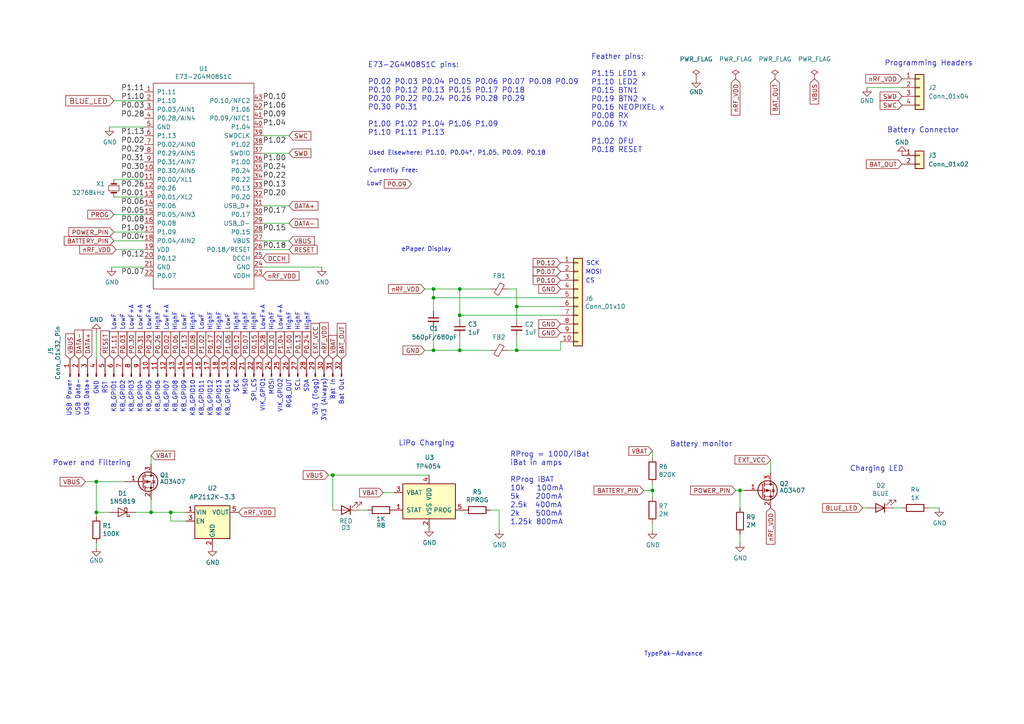
<source format=kicad_sch>
(kicad_sch (version 20250114) (generator "eeschema") (generator_version "9.0")
  (paper "A4")
  (lib_symbols
    (symbol "Battery_Management:MCP73832-2-OT" (pin_names (offset 1.016))
      (property "Reference" "U" (at -7.62 6.35 0))
      (property "Value" "MCP73832-2-OT" (at 1.27 6.35 0))
      (symbol "MCP73832-2-OT_1_1"
        (pin input line (at -10.16 -2.54 0) (length 2.54) (name "PROG") (number "5"))
        (pin power_in line (at 0 7.62 270) (length 2.54) (name "VDD") (number "4"))
        (pin power_in line (at 0 -7.62 90) (length 2.54) (name "VSS") (number "2"))
        (pin power_out line (at 10.16 2.54 180) (length 2.54) (name "VBAT") (number "3"))
        (pin output line (at 10.16 -2.54 180) (length 2.54) (name "STAT") (number "1"))
      )
    )
    (symbol "Connector:Conn_01x32_Pin" (pin_names (offset 1.016) (hide yes))
      (property "Reference" "J" (at 0 40.64 0))
      (property "Value" "Conn_01x32_Pin" (at 0 -43.18 0))
      (symbol "Conn_01x32_Pin_1_1"
        (pin passive line (at 5.08 38.1 180) (length 3.81) (name "Pin_1") (number "1"))
        (pin passive line (at 5.08 35.56 180) (length 3.81) (name "Pin_2") (number "2"))
        (pin passive line (at 5.08 33.02 180) (length 3.81) (name "Pin_3") (number "3"))
        (pin passive line (at 5.08 30.48 180) (length 3.81) (name "Pin_4") (number "4"))
        (pin passive line (at 5.08 27.94 180) (length 3.81) (name "Pin_5") (number "5"))
        (pin passive line (at 5.08 25.4 180) (length 3.81) (name "Pin_6") (number "6"))
        (pin passive line (at 5.08 22.86 180) (length 3.81) (name "Pin_7") (number "7"))
        (pin passive line (at 5.08 20.32 180) (length 3.81) (name "Pin_8") (number "8"))
        (pin passive line (at 5.08 17.78 180) (length 3.81) (name "Pin_9") (number "9"))
        (pin passive line (at 5.08 15.24 180) (length 3.81) (name "Pin_10") (number "10"))
        (pin passive line (at 5.08 12.7 180) (length 3.81) (name "Pin_11") (number "11"))
        (pin passive line (at 5.08 10.16 180) (length 3.81) (name "Pin_12") (number "12"))
        (pin passive line (at 5.08 7.62 180) (length 3.81) (name "Pin_13") (number "13"))
        (pin passive line (at 5.08 5.08 180) (length 3.81) (name "Pin_14") (number "14"))
        (pin passive line (at 5.08 2.54 180) (length 3.81) (name "Pin_15") (number "15"))
        (pin passive line (at 5.08 0 180) (length 3.81) (name "Pin_16") (number "16"))
        (pin passive line (at 5.08 -2.54 180) (length 3.81) (name "Pin_17") (number "17"))
        (pin passive line (at 5.08 -5.08 180) (length 3.81) (name "Pin_18") (number "18"))
        (pin passive line (at 5.08 -7.62 180) (length 3.81) (name "Pin_19") (number "19"))
        (pin passive line (at 5.08 -10.16 180) (length 3.81) (name "Pin_20") (number "20"))
        (pin passive line (at 5.08 -12.7 180) (length 3.81) (name "Pin_21") (number "21"))
        (pin passive line (at 5.08 -15.24 180) (length 3.81) (name "Pin_22") (number "22"))
        (pin passive line (at 5.08 -17.78 180) (length 3.81) (name "Pin_23") (number "23"))
        (pin passive line (at 5.08 -20.32 180) (length 3.81) (name "Pin_24") (number "24"))
        (pin passive line (at 5.08 -22.86 180) (length 3.81) (name "Pin_25") (number "25"))
        (pin passive line (at 5.08 -25.4 180) (length 3.81) (name "Pin_26") (number "26"))
        (pin passive line (at 5.08 -27.94 180) (length 3.81) (name "Pin_27") (number "27"))
        (pin passive line (at 5.08 -30.48 180) (length 3.81) (name "Pin_28") (number "28"))
        (pin passive line (at 5.08 -33.02 180) (length 3.81) (name "Pin_29") (number "29"))
        (pin passive line (at 5.08 -35.56 180) (length 3.81) (name "Pin_30") (number "30"))
        (pin passive line (at 5.08 -38.1 180) (length 3.81) (name "Pin_31") (number "31"))
        (pin passive line (at 5.08 -40.64 180) (length 3.81) (name "Pin_32") (number "32"))
      )
    )
    (symbol "Connector_Generic:Conn_01x02" (pin_names (offset 1.016) (hide yes))
      (property "Reference" "J" (at 0 2.54 0))
      (property "Value" "Conn_01x02" (at 0 -5.08 0))
      (symbol "Conn_01x02_1_1"
        (pin passive line (at -5.08 0 0) (length 3.81) (name "Pin_1") (number "1"))
        (pin passive line (at -5.08 -2.54 0) (length 3.81) (name "Pin_2") (number "2"))
      )
    )
    (symbol "Connector_Generic:Conn_01x04" (pin_names (offset 1.016) (hide yes))
      (property "Reference" "J" (at 0 5.08 0))
      (property "Value" "Conn_01x04" (at 0 -7.62 0))
      (symbol "Conn_01x04_1_1"
        (pin passive line (at -5.08 2.54 0) (length 3.81) (name "Pin_1") (number "1"))
        (pin passive line (at -5.08 0 0) (length 3.81) (name "Pin_2") (number "2"))
        (pin passive line (at -5.08 -2.54 0) (length 3.81) (name "Pin_3") (number "3"))
        (pin passive line (at -5.08 -5.08 0) (length 3.81) (name "Pin_4") (number "4"))
      )
    )
    (symbol "Connector_Generic:Conn_01x10" (pin_names (offset 1.016) (hide yes))
      (property "Reference" "J" (at 0 12.7 0))
      (property "Value" "Conn_01x10" (at 0 -15.24 0))
      (symbol "Conn_01x10_1_1"
        (pin passive line (at -5.08 10.16 0) (length 3.81) (name "Pin_1") (number "1"))
        (pin passive line (at -5.08 7.62 0) (length 3.81) (name "Pin_2") (number "2"))
        (pin passive line (at -5.08 5.08 0) (length 3.81) (name "Pin_3") (number "3"))
        (pin passive line (at -5.08 2.54 0) (length 3.81) (name "Pin_4") (number "4"))
        (pin passive line (at -5.08 0 0) (length 3.81) (name "Pin_5") (number "5"))
        (pin passive line (at -5.08 -2.54 0) (length 3.81) (name "Pin_6") (number "6"))
        (pin passive line (at -5.08 -5.08 0) (length 3.81) (name "Pin_7") (number "7"))
        (pin passive line (at -5.08 -7.62 0) (length 3.81) (name "Pin_8") (number "8"))
        (pin passive line (at -5.08 -10.16 0) (length 3.81) (name "Pin_9") (number "9"))
        (pin passive line (at -5.08 -12.7 0) (length 3.81) (name "Pin_10") (number "10"))
      )
    )
    (symbol "Device:C_Small" (pin_numbers (hide yes)) (pin_names (offset 0.254) (hide yes))
      (property "Reference" "C" (at 0.254 1.778 0))
      (property "Value" "C_Small" (at 0.254 -2.032 0))
      (symbol "C_Small_1_1"
        (pin passive line (at 0 2.54 270) (length 2.032) (name "~") (number "1"))
        (pin passive line (at 0 -2.54 90) (length 2.032) (name "~") (number "2"))
      )
    )
    (symbol "Device:Crystal_Small" (pin_numbers (hide yes)) (pin_names (offset 1.016) (hide yes))
      (property "Reference" "Y" (at 0 2.54 0))
      (property "Value" "Crystal_Small" (at 0 -2.54 0))
      (symbol "Crystal_Small_1_1"
        (pin passive line (at -2.54 0 0) (length 1.27) (name "1") (number "1"))
        (pin passive line (at 2.54 0 180) (length 1.27) (name "2") (number "2"))
      )
    )
    (symbol "Device:FerriteBead_Small" (pin_numbers (hide yes)) (pin_names (offset 0))
      (property "Reference" "FB" (at 1.905 1.27 0))
      (property "Value" "FerriteBead_Small" (at 1.905 -1.27 0))
      (symbol "FerriteBead_Small_1_1"
        (pin passive line (at 0 2.54 270) (length 1.27) (name "~") (number "1"))
        (pin passive line (at 0 -2.54 90) (length 1.27) (name "~") (number "2"))
      )
    )
    (symbol "Device:LED" (pin_numbers (hide yes)) (pin_names (offset 1.016) (hide yes))
      (property "Reference" "D" (at 0 2.54 0))
      (property "Value" "LED" (at 0 -2.54 0))
      (symbol "LED_1_1"
        (pin passive line (at -3.81 0 0) (length 2.54) (name "K") (number "1"))
        (pin passive line (at 3.81 0 180) (length 2.54) (name "A") (number "2"))
      )
    )
    (symbol "Device:R" (pin_numbers (hide yes)) (pin_names (offset 0))
      (property "Reference" "R" (at 2.032 0 90))
      (property "Value" "R" (at 0 0 90))
      (symbol "R_1_1"
        (pin passive line (at 0 3.81 270) (length 1.27) (name "~") (number "1"))
        (pin passive line (at 0 -3.81 90) (length 1.27) (name "~") (number "2"))
      )
    )
    (symbol "Regulator_Linear:AP2112K-3.3" (pin_names (offset 0.254))
      (property "Reference" "U" (at -5.08 5.715 0))
      (property "Value" "AP2112K-3.3" (at 0 5.715 0))
      (symbol "AP2112K-3.3_1_1"
        (pin power_in line (at -7.62 2.54 0) (length 2.54) (name "VIN") (number "1"))
        (pin input line (at -7.62 0 0) (length 2.54) (name "EN") (number "3"))
        (pin power_in line (at 0 -7.62 90) (length 2.54) (name "GND") (number "2"))
        (pin no_connect line (at 5.08 0 180) (length 2.54) (hide yes) (name "NC") (number "4"))
        (pin power_out line (at 7.62 2.54 180) (length 2.54) (name "VOUT") (number "5"))
      )
    )
    (symbol "nrfmicro-rescue:BSS83P" (pin_names (offset 0) (hide yes))
      (property "Reference" "Q" (at 5.08 1.905 0))
      (property "Value" "BSS83P" (at 5.08 0 0))
      (symbol "BSS83P_1_1"
        (pin input line (at -5.08 0 0) (length 5.08) (name "G") (number "1"))
        (pin passive line (at 2.54 5.08 270) (length 2.54) (name "D") (number "3"))
        (pin passive line (at 2.54 -5.08 90) (length 2.54) (name "S") (number "2"))
      )
    )
    (symbol "nrfmicro-rescue:GND" (power) (pin_names (offset 0))
      (property "Value" "GND" (at 0 -3.81 0))
      (symbol "GND_1_1"
        (pin power_in line (at 0 0 270) (length 0) (hide yes) (name "GND") (number "1"))
      )
    )
    (symbol "nrfmicro-rescue:MBR0520" (pin_numbers (hide yes)) (pin_names (offset 1.016) (hide yes))
      (property "Reference" "D" (at 0 2.54 0))
      (property "Value" "MBR0520" (at 0 -2.54 0))
      (symbol "MBR0520_1_1"
        (pin passive line (at -3.81 0 0) (length 2.54) (name "K") (number "1"))
        (pin passive line (at 3.81 0 180) (length 2.54) (name "A") (number "2"))
      )
    )
    (symbol "nrfmicro-rescue:R" (pin_numbers (hide yes)) (pin_names (offset 0))
      (property "Reference" "R" (at 2.032 0 90))
      (property "Value" "R" (at 0 0 90))
      (symbol "R_1_1"
        (pin passive line (at 0 3.81 270) (length 1.27) (name "~") (number "1"))
        (pin passive line (at 0 -3.81 90) (length 1.27) (name "~") (number "2"))
      )
    )
    (symbol "nrfmicro:E73-2G4M08S1C-52840" (pin_names (offset 1.016))
      (property "Reference" "U" (at 0 29.21 0))
      (property "Value" "E73-2G4M08S1C-52840" (at 0 -27.94 0))
      (symbol "E73-2G4M08S1C-52840_1_1"
        (pin input line (at -17.78 27.94 0) (length 2.54) (name "P1.11") (number "1"))
        (pin input line (at -17.78 25.4 0) (length 2.54) (name "P1.10") (number "2"))
        (pin input line (at -17.78 22.86 0) (length 2.54) (name "P0.03/AIN1") (number "3"))
        (pin input line (at -17.78 20.32 0) (length 2.54) (name "P0.28/AIN4") (number "4"))
        (pin power_in line (at -17.78 17.78 0) (length 2.54) (name "GND") (number "5"))
        (pin input line (at -17.78 15.24 0) (length 2.54) (name "P1.13") (number "6"))
        (pin input line (at -17.78 12.7 0) (length 2.54) (name "P0.02/AIN0") (number "7"))
        (pin input line (at -17.78 10.16 0) (length 2.54) (name "P0.29/AIN5") (number "8"))
        (pin input line (at -17.78 7.62 0) (length 2.54) (name "P0.31/AIN7") (number "9"))
        (pin input line (at -17.78 5.08 0) (length 2.54) (name "P0.30/AIN6") (number "10"))
        (pin input line (at -17.78 2.54 0) (length 2.54) (name "P0.00/XL1") (number "11"))
        (pin input line (at -17.78 0 0) (length 2.54) (name "P0.26") (number "12"))
        (pin input line (at -17.78 -2.54 0) (length 2.54) (name "P0.01/XL2") (number "13"))
        (pin input line (at -17.78 -5.08 0) (length 2.54) (name "P0.06") (number "14"))
        (pin input line (at -17.78 -7.62 0) (length 2.54) (name "P0.05/AIN3") (number "15"))
        (pin input line (at -17.78 -10.16 0) (length 2.54) (name "P0.08") (number "16"))
        (pin input line (at -17.78 -12.7 0) (length 2.54) (name "P1.09") (number "17"))
        (pin input line (at -17.78 -15.24 0) (length 2.54) (name "P0.04/AIN2") (number "18"))
        (pin power_in line (at -17.78 -17.78 0) (length 2.54) (name "VDD") (number "19"))
        (pin input line (at -17.78 -20.32 0) (length 2.54) (name "P0.12") (number "20"))
        (pin power_in line (at -17.78 -22.86 0) (length 2.54) (name "GND") (number "21"))
        (pin input line (at -17.78 -25.4 0) (length 2.54) (name "P0.07") (number "22"))
        (pin input line (at 16.51 25.4 180) (length 2.54) (name "P0.10/NFC2") (number "43"))
        (pin input line (at 16.51 22.86 180) (length 2.54) (name "P1.06") (number "42"))
        (pin input line (at 16.51 20.32 180) (length 2.54) (name "P0.09/NFC1") (number "41"))
        (pin input line (at 16.51 17.78 180) (length 2.54) (name "P1.04") (number "40"))
        (pin input line (at 16.51 15.24 180) (length 2.54) (name "SWDCLK") (number "39"))
        (pin input line (at 16.51 12.7 180) (length 2.54) (name "P1.02") (number "38"))
        (pin input line (at 16.51 10.16 180) (length 2.54) (name "SWDIO") (number "37"))
        (pin input line (at 16.51 7.62 180) (length 2.54) (name "P1.00") (number "36"))
        (pin input line (at 16.51 5.08 180) (length 2.54) (name "P0.24") (number "35"))
        (pin input line (at 16.51 2.54 180) (length 2.54) (name "P0.22") (number "34"))
        (pin input line (at 16.51 0 180) (length 2.54) (name "P0.13") (number "33"))
        (pin input line (at 16.51 -2.54 180) (length 2.54) (name "P0.20") (number "32"))
        (pin input line (at 16.51 -5.08 180) (length 2.54) (name "USB_D+") (number "31"))
        (pin input line (at 16.51 -7.62 180) (length 2.54) (name "P0.17") (number "30"))
        (pin input line (at 16.51 -10.16 180) (length 2.54) (name "USB_D-") (number "29"))
        (pin power_in line (at 16.51 -12.7 180) (length 2.54) (name "P0.15") (number "28"))
        (pin power_in line (at 16.51 -15.24 180) (length 2.54) (name "VBUS") (number "27"))
        (pin input line (at 16.51 -17.78 180) (length 2.54) (name "P0.18/RESET") (number "26"))
        (pin power_out line (at 16.51 -20.32 180) (length 2.54) (name "DCCH") (number "25"))
        (pin power_in line (at 16.51 -22.86 180) (length 2.54) (name "GND") (number "24"))
        (pin power_in line (at 16.51 -25.4 180) (length 2.54) (name "VDDH") (number "23"))
      )
    )
    (symbol "power:GND" (power) (pin_names (offset 0))
      (property "Value" "GND" (at 0 -3.81 0))
      (symbol "GND_1_1"
        (pin power_in line (at 0 0 270) (length 0) (hide yes) (name "GND") (number "1"))
      )
    )
    (symbol "power:PWR_FLAG" (power) (pin_numbers (hide yes)) (pin_names (offset 0) (hide yes))
      (property "Value" "PWR_FLAG" (at 0 3.81 0))
      (symbol "PWR_FLAG_0_0"
        (pin power_out line (at 0 0 90) (length 0) (name "pwr") (number "1"))
      )
    )
  )
  (text "SDA" (at 88.9 112.014 90) (effects (font (size 1.27 1.27))))
  (text "MOSI" (at 78.74 112.268 90) (effects (font (size 1.27 1.27))))
  (text "VIK_GPIO2" (at 81.28 114.808 90) (effects (font (size 1.27 1.27))))
  (text "LowF" (at 108.712 53.34 0) (effects (font (size 1.27 1.27))))
  (text "TypePak-Advance" (at 195.326 189.738 0) (effects (font (size 1.27 1.27))))
  (text "KB_GPIO10" (at 55.88 115.57 90) (effects (font (size 1.27 1.27))))
  (text "USB Data-" (at 22.606 115.316 90) (effects (font (size 1.27 1.27))))
  (text "LowF+A" (at 43.18 92.202 90) (effects (font (size 1.27 1.27))))
  (text "HighF" (at 50.8 93.218 90) (effects (font (size 1.27 1.27))))
  (text "SCL" (at 86.36 111.76 90) (effects (font (size 1.27 1.27))))
  (text "RProg = 1000/iBat\niBat in amps\n\nRProg iBAT\n10k   100mA\n5k    200mA\n2.5k  400mA\n2k    500mA\n1.25k 800mA" (at 147.955 152.4 0) (effects (font (size 1.524 1.524)) (justify left bottom)))
  (text "VIK_GPIO1" (at 76.2 114.554 90) (effects (font (size 1.27 1.27))))
  (text "KB_GPIO13" (at 63.5 115.57 90) (effects (font (size 1.27 1.27))))
  (text "3V3 (Togg)" (at 91.44 115.316 90) (effects (font (size 1.27 1.27))))
  (text "HighF" (at 45.72 93.218 90) (effects (font (size 1.27 1.27))))
  (text "LowF+A" (at 48.26 92.202 90) (effects (font (size 1.27 1.27))))
  (text "KB_GPIO5" (at 43.18 115.062 90) (effects (font (size 1.27 1.27))))
  (text "KB_GPIO1" (at 33.02 115.062 90) (effects (font (size 1.27 1.27))))
  (text "KB_GPIO7" (at 48.26 115.062 90) (effects (font (size 1.27 1.27))))
  (text "SCK" (at 68.58 112.014 90) (effects (font (size 1.27 1.27))))
  (text "Feather pins:\n\nP1.15 LED1 x\nP1.10 LED2\nP0.15 BTN1\nP0.19 BTN2 x\nP0.16 NEOPIXEL x\nP0.08 RX\nP0.06 TX\n\nP1.02 DFU\nP0.18 RESET\n" (at 171.45 44.45 0) (effects (font (size 1.524 1.524)) (justify left bottom)))
  (text "HighF" (at 89.154 93.218 90) (effects (font (size 1.27 1.27))))
  (text "LowF+A" (at 76.2 92.202 90) (effects (font (size 1.27 1.27))))
  (text "HighF" (at 68.58 93.218 90) (effects (font (size 1.27 1.27))))
  (text "LowF" (at 58.42 93.472 90) (effects (font (size 1.27 1.27))))
  (text "LowF" (at 53.34 93.472 90) (effects (font (size 1.27 1.27))))
  (text "KB_GPIO4" (at 40.64 115.062 90) (effects (font (size 1.27 1.27))))
  (text "KB_GPIO9" (at 53.34 115.062 90) (effects (font (size 1.27 1.27))))
  (text "USB Power" (at 20.066 115.57 90) (effects (font (size 1.27 1.27))))
  (text "RGB_OUT" (at 83.82 114.3 90) (effects (font (size 1.27 1.27))))
  (text "MOSI" (at 172.212 78.994 0) (effects (font (size 1.27 1.27))))
  (text "KB_GPIO2\n" (at 35.56 115.062 90) (effects (font (size 1.27 1.27))))
  (text "MISO" (at 71.12 112.268 90) (effects (font (size 1.27 1.27))))
  (text "HighF" (at 60.96 93.218 90) (effects (font (size 1.27 1.27))))
  (text "KB_GPIO6" (at 45.72 115.062 90) (effects (font (size 1.27 1.27))))
  (text "Currently Free:\n" (at 114.046 49.53 0) (effects (font (size 1.27 1.27))))
  (text "Bat In" (at 96.52 113.03 90) (effects (font (size 1.27 1.27))))
  (text "ePaper Display" (at 123.698 72.39 0) (effects (font (size 1.27 1.27))))
  (text "KB_GPIO14" (at 66.04 115.57 90) (effects (font (size 1.27 1.27))))
  (text "HighF" (at 73.66 93.218 90) (effects (font (size 1.27 1.27))))
  (text "KB_GPIO12" (at 60.96 115.57 90) (effects (font (size 1.27 1.27))))
  (text "Programming Headers" (at 256.54 19.304 0) (effects (font (size 1.524 1.524)) (justify left bottom)))
  (text "HighF" (at 63.5 93.218 90) (effects (font (size 1.27 1.27))))
  (text "LowF" (at 35.56 93.472 90) (effects (font (size 1.27 1.27))))
  (text "Bat Out" (at 99.06 113.792 90) (effects (font (size 1.27 1.27))))
  (text "HighF" (at 86.36 93.218 90) (effects (font (size 1.27 1.27))))
  (text "KB_GPIO8" (at 50.8 115.062 90) (effects (font (size 1.27 1.27))))
  (text "USB Data+" (at 25.146 115.316 90) (effects (font (size 1.27 1.27))))
  (text "Battery Connector" (at 257.302 38.735 0) (effects (font (size 1.524 1.524)) (justify left bottom)))
  (text "LiPo Charging\n" (at 115.57 129.54 0) (effects (font (size 1.524 1.524)) (justify left bottom)))
  (text "Power and Filtering" (at 15.24 135.255 0) (effects (font (size 1.524 1.524)) (justify left bottom)))
  (text "LowF" (at 33.02 93.472 90) (effects (font (size 1.27 1.27))))
  (text "HighF" (at 78.74 93.218 90) (effects (font (size 1.27 1.27))))
  (text "GND" (at 27.94 112.522 90) (effects (font (size 1.27 1.27))))
  (text "LowF+A" (at 40.64 92.202 90) (effects (font (size 1.27 1.27))))
  (text "SPI_CS" (at 73.66 113.284 90) (effects (font (size 1.27 1.27))))
  (text "Used Elsewhere: P1.10, P0.04*, P1.05, P0.09, P0.18" (at 132.588 44.45 0) (effects (font (size 1.27 1.27))))
  (text "Battery monitor" (at 194.31 129.794 0) (effects (font (size 1.524 1.524)) (justify left bottom)))
  (text "HighF" (at 55.88 93.218 90) (effects (font (size 1.27 1.27))))
  (text "SCK\n" (at 171.958 76.454 0) (effects (font (size 1.27 1.27))))
  (text "E73-2G4M08S1C pins:\n\nP0.02 P0.03 P0.04 P0.05 P0.06 P0.07 P0.08 P0.09\nP0.10 P0.12 P0.13 P0.15 P0.17 P0.18\nP0.20 P0.22 P0.24 P0.26 P0.28 P0.29\nP0.30 P0.31\n\nP1.00 P1.02 P1.04 P1.06 P1.09\nP1.10 P1.11 P1.13\n\n" (at 106.68 41.91 0) (effects (font (size 1.524 1.524)) (justify left bottom)))
  (text "LowF+A" (at 81.28 92.202 90) (effects (font (size 1.27 1.27))))
  (text "KB_GPIO3" (at 38.1 115.062 90) (effects (font (size 1.27 1.27))))
  (text "RST" (at 30.48 112.522 90) (effects (font (size 1.27 1.27))))
  (text "Charging LED" (at 246.507 136.906 0) (effects (font (size 1.524 1.524)) (justify left bottom)))
  (text "CS" (at 171.196 81.534 0) (effects (font (size 1.27 1.27))))
  (text "HighF" (at 83.82 93.218 90) (effects (font (size 1.27 1.27))))
  (text "KB_GPIO11" (at 58.42 115.57 90) (effects (font (size 1.27 1.27))))
  (text "HighF" (at 71.12 93.218 90) (effects (font (size 1.27 1.27))))
  (text "LowF" (at 66.04 93.472 90) (effects (font (size 1.27 1.27))))
  (text "3V3 (Always)" (at 93.98 116.078 90) (effects (font (size 1.27 1.27))))
  (text "LowF+A" (at 38.1 92.202 90) (effects (font (size 1.27 1.27))))
  (junction (at 189.23 142.24))
  (junction (at 125.73 83.82))
  (junction (at 149.86 101.6))
  (junction (at 125.73 86.36))
  (junction (at 27.94 148.59))
  (junction (at 49.53 148.59))
  (junction (at 27.94 139.7))
  (junction (at 43.815 148.59))
  (junction (at 133.35 83.82))
  (junction (at 133.35 91.44))
  (junction (at 133.35 101.6))
  (junction (at 214.63 142.24))
  (junction (at 149.86 88.9))
  (junction (at 96.52 137.795))
  (junction (at 125.73 101.6))
  (wire (pts (xy 189.23 140.335) (xy 189.23 142.24)))
  (wire (pts (xy 83.82 44.45) (xy 76.2 44.45)))
  (wire (pts (xy 149.86 83.82) (xy 149.86 88.9)))
  (wire (pts (xy 223.52 133.35) (xy 223.52 137.16)))
  (wire (pts (xy 133.35 97.79) (xy 133.35 101.6)))
  (wire (pts (xy 31.75 36.83) (xy 41.91 36.83)))
  (wire (pts (xy 125.73 95.25) (xy 125.73 101.6)))
  (wire (pts (xy 43.815 132.08) (xy 43.815 134.62)))
  (wire (pts (xy 41.91 72.39) (xy 33.655 72.39)))
  (wire (pts (xy 213.36 142.24) (xy 214.63 142.24)))
  (wire (pts (xy 43.815 148.59) (xy 49.53 148.59)))
  (wire (pts (xy 49.53 148.59) (xy 53.975 148.59)))
  (wire (pts (xy 39.37 148.59) (xy 43.815 148.59)))
  (wire (pts (xy 104.14 147.955) (xy 106.68 147.955)))
  (wire (pts (xy 27.94 157.48) (xy 27.94 158.75)))
  (wire (pts (xy 214.63 154.94) (xy 214.63 157.48)))
  (wire (pts (xy 125.73 101.6) (xy 133.35 101.6)))
  (wire (pts (xy 123.19 101.6) (xy 125.73 101.6)))
  (wire (pts (xy 147.32 83.82) (xy 149.86 83.82)))
  (wire (pts (xy 133.35 83.82) (xy 142.24 83.82)))
  (wire (pts (xy 96.52 137.795) (xy 124.46 137.795)))
  (wire (pts (xy 149.86 88.9) (xy 149.86 92.71)))
  (wire (pts (xy 144.78 147.955) (xy 144.78 153.67)))
  (wire (pts (xy 27.94 139.7) (xy 36.195 139.7)))
  (wire (pts (xy 49.53 151.13) (xy 49.53 148.59)))
  (wire (pts (xy 83.82 59.69) (xy 76.2 59.69)))
  (wire (pts (xy 125.73 86.36) (xy 162.56 86.36)))
  (wire (pts (xy 259.08 147.32) (xy 261.62 147.32)))
  (wire (pts (xy 189.23 142.24) (xy 189.23 144.145)))
  (wire (pts (xy 33.02 62.23) (xy 41.91 62.23)))
  (wire (pts (xy 133.35 101.6) (xy 142.24 101.6)))
  (wire (pts (xy 24.765 139.7) (xy 27.94 139.7)))
  (wire (pts (xy 214.63 142.24) (xy 214.63 147.32)))
  (wire (pts (xy 123.19 83.82) (xy 125.73 83.82)))
  (wire (pts (xy 186.69 142.24) (xy 189.23 142.24)))
  (wire (pts (xy 27.94 96.52) (xy 27.94 104.14)))
  (wire (pts (xy 111.125 142.875) (xy 114.3 142.875)))
  (wire (pts (xy 27.94 148.59) (xy 27.94 149.86)))
  (wire (pts (xy 142.24 147.955) (xy 144.78 147.955)))
  (wire (pts (xy 33.02 52.07) (xy 41.91 52.07)))
  (wire (pts (xy 41.91 29.21) (xy 33.02 29.21)))
  (wire (pts (xy 125.73 83.82) (xy 133.35 83.82)))
  (wire (pts (xy 149.86 97.79) (xy 149.86 101.6)))
  (wire (pts (xy 96.52 147.955) (xy 96.52 137.795)))
  (wire (pts (xy 83.82 72.39) (xy 76.2 72.39)))
  (wire (pts (xy 125.73 90.17) (xy 125.73 86.36)))
  (wire (pts (xy 189.23 151.765) (xy 189.23 153.67)))
  (wire (pts (xy 133.35 91.44) (xy 162.56 91.44)))
  (wire (pts (xy 149.86 101.6) (xy 162.56 101.6)))
  (wire (pts (xy 27.94 139.7) (xy 27.94 148.59)))
  (wire (pts (xy 251.46 25.4) (xy 261.62 25.4)))
  (wire (pts (xy 33.02 57.15) (xy 41.91 57.15)))
  (wire (pts (xy 33.02 67.31) (xy 41.91 67.31)))
  (wire (pts (xy 149.86 88.9) (xy 162.56 88.9)))
  (wire (pts (xy 53.975 151.13) (xy 49.53 151.13)))
  (wire (pts (xy 41.91 69.85) (xy 33.02 69.85)))
  (wire (pts (xy 83.82 64.77) (xy 76.2 64.77)))
  (wire (pts (xy 41.91 77.47) (xy 32.385 77.47)))
  (wire (pts (xy 147.32 101.6) (xy 149.86 101.6)))
  (wire (pts (xy 269.24 147.32) (xy 272.415 147.32)))
  (wire (pts (xy 43.815 144.78) (xy 43.815 148.59)))
  (wire (pts (xy 162.56 99.06) (xy 162.56 101.6)))
  (wire (pts (xy 83.82 39.37) (xy 76.2 39.37)))
  (wire (pts (xy 95.25 137.795) (xy 96.52 137.795)))
  (wire (pts (xy 133.35 91.44) (xy 133.35 92.71)))
  (wire (pts (xy 76.2 77.47) (xy 93.345 77.47)))
  (wire (pts (xy 83.82 69.85) (xy 76.2 69.85)))
  (wire (pts (xy 27.94 148.59) (xy 31.75 148.59)))
  (wire (pts (xy 133.35 83.82) (xy 133.35 91.44)))
  (wire (pts (xy 214.63 142.24) (xy 215.9 142.24)))
  (wire (pts (xy 189.23 130.81) (xy 189.23 132.715)))
  (wire (pts (xy 250.19 147.32) (xy 251.46 147.32)))
  (wire (pts (xy 125.73 83.82) (xy 125.73 86.36)))
  (label "P1.04" (at 76.2 36.83 0) (effects (font (size 1.524 1.524))))
  (label "P0.08" (at 41.91 64.77 180) (effects (font (size 1.524 1.524))))
  (label "P0.05" (at 41.91 62.23 180) (effects (font (size 1.524 1.524))))
  (label "P0.10" (at 76.2 29.21 0) (effects (font (size 1.524 1.524))))
  (label "P0.17" (at 76.2 62.23 0) (effects (font (size 1.524 1.524))))
  (label "P0.12" (at 41.91 74.93 180) (effects (font (size 1.524 1.524))))
  (label "P0.20" (at 76.2 57.15 0) (effects (font (size 1.524 1.524))))
  (label "P0.13" (at 76.2 54.61 0) (effects (font (size 1.524 1.524))))
  (label "P0.24" (at 76.2 49.53 0) (effects (font (size 1.524 1.524))))
  (label "P1.09" (at 41.91 67.31 180) (effects (font (size 1.524 1.524))))
  (label "P0.07" (at 41.91 80.01 180) (effects (font (size 1.524 1.524))))
  (label "P0.18" (at 76.2 72.39 0) (effects (font (size 1.524 1.524))))
  (label "P0.09" (at 76.2 34.29 0) (effects (font (size 1.524 1.524))))
  (label "P0.06" (at 41.91 59.69 180) (effects (font (size 1.524 1.524))))
  (label "P1.06" (at 76.2 31.75 0) (effects (font (size 1.524 1.524))))
  (label "P0.28" (at 41.91 34.29 180) (effects (font (size 1.524 1.524))))
  (label "P0.04" (at 41.91 69.85 180) (effects (font (size 1.524 1.524))))
  (label "P0.01" (at 41.91 57.15 180) (effects (font (size 1.524 1.524))))
  (label "P0.00" (at 41.91 52.07 180) (effects (font (size 1.524 1.524))))
  (label "P1.00" (at 76.2 46.99 0) (effects (font (size 1.524 1.524))))
  (label "P1.10" (at 41.91 29.21 180) (effects (font (size 1.524 1.524))))
  (label "P0.30" (at 41.91 49.53 180) (effects (font (size 1.524 1.524))))
  (label "P0.26" (at 41.91 54.61 180) (effects (font (size 1.524 1.524))))
  (label "P0.15" (at 76.2 67.31 0) (effects (font (size 1.524 1.524))))
  (label "P0.02" (at 41.91 41.91 180) (effects (font (size 1.524 1.524))))
  (label "P0.29" (at 41.91 44.45 180) (effects (font (size 1.524 1.524))))
  (label "P0.31" (at 41.91 46.99 180) (effects (font (size 1.524 1.524))))
  (label "P1.11" (at 41.91 26.67 180) (effects (font (size 1.524 1.524))))
  (label "P1.13" (at 41.91 39.37 180) (effects (font (size 1.524 1.524))))
  (label "P0.22" (at 76.2 52.07 0) (effects (font (size 1.524 1.524))))
  (label "P0.03" (at 41.91 31.75 180) (effects (font (size 1.524 1.524))))
  (label "P1.02" (at 76.2 41.91 0) (effects (font (size 1.524 1.524))))
  (global_label "P1.13" (shape input) (at 53.34 104.14 90) (property "Intersheetrefs" "${INTERSHEET_REFS}" (effects (hide yes))))
  (global_label "P0.09" (shape input) (at 119.38 53.34 180) (property "Intersheetrefs" "${INTERSHEET_REFS}" (effects (hide yes))))
  (global_label "P1.04" (shape input) (at 81.28 104.14 90) (property "Intersheetrefs" "${INTERSHEET_REFS}" (effects (hide yes))))
  (global_label "BAT_OUT" (shape input) (at 261.62 47.625 180) (property "Intersheetrefs" "${INTERSHEET_REFS}" (effects (hide yes))))
  (global_label "VBAT" (shape input) (at 189.23 130.81 180) (property "Intersheetrefs" "${INTERSHEET_REFS}" (effects (hide yes))))
  (global_label "SWD" (shape input) (at 261.62 27.94 180) (property "Intersheetrefs" "${INTERSHEET_REFS}" (effects (hide yes))))
  (global_label "BLUE_LED" (shape input) (at 250.19 147.32 180) (property "Intersheetrefs" "${INTERSHEET_REFS}" (effects (hide yes))))
  (global_label "GND" (shape input) (at 162.56 96.52 180) (property "Intersheetrefs" "${INTERSHEET_REFS}" (effects (hide yes))))
  (global_label "PROG" (shape input) (at 33.02 62.23 180) (property "Intersheetrefs" "${INTERSHEET_REFS}" (effects (hide yes))))
  (global_label "P0.29" (shape input) (at 43.18 104.14 90) (property "Intersheetrefs" "${INTERSHEET_REFS}" (effects (hide yes))))
  (global_label "VBAT" (shape input) (at 96.52 104.14 90) (property "Intersheetrefs" "${INTERSHEET_REFS}" (effects (hide yes))))
  (global_label "EXT_VCC" (shape input) (at 223.52 133.35 180) (property "Intersheetrefs" "${INTERSHEET_REFS}" (effects (hide yes))))
  (global_label "SWD" (shape input) (at 83.82 44.45 0) (property "Intersheetrefs" "${INTERSHEET_REFS}" (effects (hide yes))))
  (global_label "P0.03" (shape input) (at 35.56 104.14 90) (property "Intersheetrefs" "${INTERSHEET_REFS}" (effects (hide yes))))
  (global_label "BAT_OUT" (shape input) (at 224.79 22.86 270) (property "Intersheetrefs" "${INTERSHEET_REFS}" (effects (hide yes))))
  (global_label "P0.20" (shape input) (at 78.74 104.14 90) (property "Intersheetrefs" "${INTERSHEET_REFS}" (effects (hide yes))))
  (global_label "P0.10" (shape input) (at 162.56 81.28 180) (property "Intersheetrefs" "${INTERSHEET_REFS}" (effects (hide yes))))
  (global_label "VBUS" (shape input) (at 83.82 69.85 0) (property "Intersheetrefs" "${INTERSHEET_REFS}" (effects (hide yes))))
  (global_label "nRF_VDD" (shape input) (at 76.2 80.01 0) (property "Intersheetrefs" "${INTERSHEET_REFS}" (effects (hide yes))))
  (global_label "GND" (shape input) (at 162.56 93.98 180) (property "Intersheetrefs" "${INTERSHEET_REFS}" (effects (hide yes))))
  (global_label "P0.07" (shape input) (at 71.12 104.14 90) (property "Intersheetrefs" "${INTERSHEET_REFS}" (effects (hide yes))))
  (global_label "DATA+" (shape input) (at 83.82 59.69 0) (property "Intersheetrefs" "${INTERSHEET_REFS}" (effects (hide yes))))
  (global_label "VBAT" (shape input) (at 43.815 132.08 0) (property "Intersheetrefs" "${INTERSHEET_REFS}" (effects (hide yes))))
  (global_label "BATTERY_PIN" (shape input) (at 186.69 142.24 180) (property "Intersheetrefs" "${INTERSHEET_REFS}" (effects (hide yes))))
  (global_label "BATTERY_PIN" (shape input) (at 33.02 69.85 180) (property "Intersheetrefs" "${INTERSHEET_REFS}" (effects (hide yes))))
  (global_label "P1.11" (shape input) (at 33.02 104.14 90) (property "Intersheetrefs" "${INTERSHEET_REFS}" (effects (hide yes))))
  (global_label "VBUS" (shape input) (at 20.32 104.14 90) (property "Intersheetrefs" "${INTERSHEET_REFS}" (effects (hide yes))))
  (global_label "DATA+" (shape input) (at 25.4 104.14 90) (property "Intersheetrefs" "${INTERSHEET_REFS}" (effects (hide yes))))
  (global_label "P0.30" (shape input) (at 38.1 104.14 90) (property "Intersheetrefs" "${INTERSHEET_REFS}" (effects (hide yes))))
  (global_label "P0.02" (shape input) (at 48.26 104.14 90) (property "Intersheetrefs" "${INTERSHEET_REFS}" (effects (hide yes))))
  (global_label "DATA-" (shape input) (at 22.86 104.14 90) (property "Intersheetrefs" "${INTERSHEET_REFS}" (effects (hide yes))))
  (global_label "EXT_VCC" (shape input) (at 91.44 104.14 90) (property "Intersheetrefs" "${INTERSHEET_REFS}" (effects (hide yes))))
  (global_label "P0.12" (shape input) (at 162.56 76.2 180) (property "Intersheetrefs" "${INTERSHEET_REFS}" (effects (hide yes))))
  (global_label "nRF_VDD" (shape input) (at 123.19 83.82 180) (property "Intersheetrefs" "${INTERSHEET_REFS}" (effects (hide yes))))
  (global_label "P0.28" (shape input) (at 76.2 104.14 90) (property "Intersheetrefs" "${INTERSHEET_REFS}" (effects (hide yes))))
  (global_label "RESET" (shape input) (at 83.82 72.39 0) (property "Intersheetrefs" "${INTERSHEET_REFS}" (effects (hide yes))))
  (global_label "P0.12" (shape input) (at 68.58 104.14 90) (property "Intersheetrefs" "${INTERSHEET_REFS}" (effects (hide yes))))
  (global_label "POWER_PIN" (shape input) (at 33.02 67.31 180) (property "Intersheetrefs" "${INTERSHEET_REFS}" (effects (hide yes))))
  (global_label "SWC" (shape input) (at 83.82 39.37 0) (property "Intersheetrefs" "${INTERSHEET_REFS}" (effects (hide yes))))
  (global_label "BLUE_LED" (shape input) (at 33.02 29.21 180) (effects (font (size 1.524 1.524))) (property "Intersheetrefs" "${INTERSHEET_REFS}" (effects (hide yes))))
  (global_label "VBUS" (shape input) (at 24.765 139.7 180) (property "Intersheetrefs" "${INTERSHEET_REFS}" (effects (hide yes))))
  (global_label "nRF_VDD" (shape input) (at 261.62 22.86 180) (property "Intersheetrefs" "${INTERSHEET_REFS}" (effects (hide yes))))
  (global_label "P0.24" (shape input) (at 88.9 104.14 90) (property "Intersheetrefs" "${INTERSHEET_REFS}" (effects (hide yes))))
  (global_label "VBUS" (shape input) (at 236.22 22.86 270) (property "Intersheetrefs" "${INTERSHEET_REFS}" (effects (hide yes))))
  (global_label "nRF_VDD" (shape input) (at 93.98 104.14 90) (property "Intersheetrefs" "${INTERSHEET_REFS}" (effects (hide yes))))
  (global_label "P1.06" (shape input) (at 66.04 104.14 90) (property "Intersheetrefs" "${INTERSHEET_REFS}" (effects (hide yes))))
  (global_label "GND" (shape input) (at 123.19 101.6 180) (property "Intersheetrefs" "${INTERSHEET_REFS}" (effects (hide yes))))
  (global_label "P0.22" (shape input) (at 63.5 104.14 90) (property "Intersheetrefs" "${INTERSHEET_REFS}" (effects (hide yes))))
  (global_label "P0.07" (shape input) (at 162.56 78.74 180) (property "Intersheetrefs" "${INTERSHEET_REFS}" (effects (hide yes))))
  (global_label "P0.31" (shape input) (at 40.64 104.14 90) (property "Intersheetrefs" "${INTERSHEET_REFS}" (effects (hide yes))))
  (global_label "VBAT" (shape input) (at 111.125 142.875 180) (property "Intersheetrefs" "${INTERSHEET_REFS}" (effects (hide yes))))
  (global_label "POWER_PIN" (shape input) (at 213.36 142.24 180) (property "Intersheetrefs" "${INTERSHEET_REFS}" (effects (hide yes))))
  (global_label "SWC" (shape input) (at 261.62 30.48 180) (property "Intersheetrefs" "${INTERSHEET_REFS}" (effects (hide yes))))
  (global_label "P0.08" (shape input) (at 55.88 104.14 90) (property "Intersheetrefs" "${INTERSHEET_REFS}" (effects (hide yes))))
  (global_label "GND" (shape input) (at 162.56 83.82 180) (property "Intersheetrefs" "${INTERSHEET_REFS}" (effects (hide yes))))
  (global_label "nRF_VDD" (shape input) (at 223.52 147.32 270) (property "Intersheetrefs" "${INTERSHEET_REFS}" (effects (hide yes))))
  (global_label "P1.00" (shape input) (at 83.82 104.14 90) (property "Intersheetrefs" "${INTERSHEET_REFS}" (effects (hide yes))))
  (global_label "VBUS" (shape input) (at 95.25 137.795 180) (property "Intersheetrefs" "${INTERSHEET_REFS}" (effects (hide yes))))
  (global_label "RESET" (shape input) (at 30.48 104.14 90) (property "Intersheetrefs" "${INTERSHEET_REFS}" (effects (hide yes))))
  (global_label "BAT_OUT" (shape input) (at 99.06 104.14 90) (property "Intersheetrefs" "${INTERSHEET_REFS}" (effects (hide yes))))
  (global_label "nRF_VDD" (shape input) (at 213.36 22.86 270) (property "Intersheetrefs" "${INTERSHEET_REFS}" (effects (hide yes))))
  (global_label "P1.02" (shape input) (at 58.42 104.14 90) (property "Intersheetrefs" "${INTERSHEET_REFS}" (effects (hide yes))))
  (global_label "P0.17" (shape input) (at 60.96 104.14 90) (property "Intersheetrefs" "${INTERSHEET_REFS}" (effects (hide yes))))
  (global_label "P0.06" (shape input) (at 50.8 104.14 90) (property "Intersheetrefs" "${INTERSHEET_REFS}" (effects (hide yes))))
  (global_label "P0.15" (shape input) (at 73.66 104.14 90) (property "Intersheetrefs" "${INTERSHEET_REFS}" (effects (hide yes))))
  (global_label "nRF_VDD" (shape input) (at 33.655 72.39 180) (property "Intersheetrefs" "${INTERSHEET_REFS}" (effects (hide yes))))
  (global_label "P0.13" (shape input) (at 86.36 104.14 90) (property "Intersheetrefs" "${INTERSHEET_REFS}" (effects (hide yes))))
  (global_label "nRF_VDD" (shape input) (at 69.215 148.59 0) (property "Intersheetrefs" "${INTERSHEET_REFS}" (effects (hide yes))))
  (global_label "DATA-" (shape input) (at 83.82 64.77 0) (property "Intersheetrefs" "${INTERSHEET_REFS}" (effects (hide yes))))
  (global_label "DCCH" (shape input) (at 76.2 74.93 0) (property "Intersheetrefs" "${INTERSHEET_REFS}" (effects (hide yes))))
  (global_label "P0.26" (shape input) (at 45.72 104.14 90) (property "Intersheetrefs" "${INTERSHEET_REFS}" (effects (hide yes))))
  (symbol (lib_id "nrfmicro-rescue:MBR0520") (at 35.56 148.59 180) (unit 1)
    (property "Reference" "D1" (at 35.56 143.1036 0))
    (property "Value" "1N5819" (at 35.56 145.415 0))
    (property "Footprint" "Diode_SMD:D_SOD-123F" (effects (hide yes)))
  )
  (symbol (lib_id "nrfmicro-rescue:BSS83P") (at 41.275 139.7 0) (unit 1)
    (property "Reference" "Q1" (at 46.355 137.795 0) (effects (justify left)))
    (property "Value" "AO3407" (at 46.355 139.7 0) (effects (justify left)))
    (property "Footprint" "Package_TO_SOT_SMD:SOT-23" (effects (hide yes)))
  )
  (symbol (lib_id "nrfmicro-rescue:R") (at 27.94 153.67 0) (unit 1)
    (property "Reference" "R1" (at 29.718 152.5016 0) (effects (justify left)))
    (property "Value" "100K" (at 29.718 154.813 0) (effects (justify left)))
    (property "Footprint" "Resistor_SMD:R_0805_2012Metric_Pad1.20x1.40mm_HandSolder" (effects (hide yes)))
  )
  (symbol (lib_id "nrfmicro-rescue:GND") (at 27.94 158.75 0) (unit 1)
    (property "Reference" "#PWR017" (effects (hide yes)))
    (property "Value" "GND" (at 27.94 162.56 0))
  )
  (symbol (lib_id "nrfmicro:E73-2G4M08S1C-52840") (at 59.69 54.61 0) (unit 1)
    (property "Reference" "U1" (at 59.055 19.939 0))
    (property "Value" "E73-2G4M08S1C" (at 59.055 22.2504 0))
    (property "Footprint" "nrfmicro:E73-2G4M08S1C-52840" (effects (hide yes)))
  )
  (symbol (lib_id "power:GND") (at 124.46 153.035 0) (unit 1)
    (property "Reference" "#PWR0103" (effects (hide yes)))
    (property "Value" "GND" (at 124.587 157.4292 0))
  )
  (symbol (lib_id "power:GND") (at 31.75 36.83 0) (unit 1)
    (property "Reference" "#PWR0107" (effects (hide yes)))
    (property "Value" "GND" (at 31.877 41.2242 0))
  )
  (symbol (lib_id "power:GND") (at 32.385 77.47 0) (unit 1)
    (property "Reference" "#PWR0108" (effects (hide yes)))
    (property "Value" "GND" (at 32.512 81.8642 0))
  )
  (symbol (lib_id "power:GND") (at 93.345 77.47 0) (unit 1)
    (property "Reference" "#PWR0109" (effects (hide yes)))
    (property "Value" "GND" (at 93.472 81.8642 0))
  )
  (symbol (lib_id "Device:R") (at 189.23 136.525 0) (unit 1)
    (property "Reference" "R6" (at 191.008 135.3566 0) (effects (justify left)))
    (property "Value" "820K" (at 191.008 137.668 0) (effects (justify left)))
    (property "Footprint" "Resistor_SMD:R_0805_2012Metric_Pad1.20x1.40mm_HandSolder" (effects (hide yes)))
  )
  (symbol (lib_id "Device:R") (at 189.23 147.955 0) (unit 1)
    (property "Reference" "R7" (at 191.008 146.7866 0) (effects (justify left)))
    (property "Value" "2M" (at 191.008 149.098 0) (effects (justify left)))
    (property "Footprint" "Resistor_SMD:R_0805_2012Metric_Pad1.20x1.40mm_HandSolder" (effects (hide yes)))
  )
  (symbol (lib_id "nrfmicro-rescue:GND") (at 189.23 153.67 0) (unit 1)
    (property "Reference" "#PWR0102" (effects (hide yes)))
    (property "Value" "GND" (at 189.357 158.0642 0))
  )
  (symbol (lib_id "power:GND") (at 272.415 147.32 0) (unit 1)
    (property "Reference" "#PWR0117" (effects (hide yes)))
    (property "Value" "GND" (at 272.542 151.7142 0))
  )
  (symbol (lib_id "Device:LED") (at 255.27 147.32 180) (unit 1)
    (property "Reference" "D2" (at 255.4478 140.843 0))
    (property "Value" "BLUE" (at 255.4478 143.1544 0))
    (property "Footprint" "LED_SMD:LED_0805_2012Metric_Pad1.15x1.40mm_HandSolder" (effects (hide yes)))
  )
  (symbol (lib_id "nrfmicro-rescue:BSS83P") (at 220.98 142.24 0) (unit 1)
    (property "Reference" "Q2" (at 226.06 140.335 0) (effects (justify left)))
    (property "Value" "AO3407" (at 226.06 142.24 0) (effects (justify left)))
    (property "Footprint" "Package_TO_SOT_SMD:SOT-23" (effects (hide yes)))
  )
  (symbol (lib_id "nrfmicro-rescue:R") (at 265.43 147.32 90) (unit 1)
    (property "Reference" "R4" (at 265.43 142.0622 90))
    (property "Value" "1K" (at 265.43 144.3736 90))
    (property "Footprint" "Resistor_SMD:R_0805_2012Metric_Pad1.20x1.40mm_HandSolder" (effects (hide yes)))
  )
  (symbol (lib_id "nrfmicro-rescue:R") (at 110.49 147.955 90) (unit 1)
    (property "Reference" "R8" (at 110.49 152.4 90))
    (property "Value" "1K" (at 110.49 150.495 90))
    (property "Footprint" "Resistor_SMD:R_0805_2012Metric_Pad1.20x1.40mm_HandSolder" (effects (hide yes)))
  )
  (symbol (lib_id "nrfmicro-rescue:GND") (at 261.62 45.085 180) (unit 1)
    (property "Reference" "#PWR0106" (effects (hide yes)))
    (property "Value" "GND" (at 261.62 41.275 0))
  )
  (symbol (lib_id "Connector_Generic:Conn_01x04") (at 266.7 25.4 0) (unit 1)
    (property "Reference" "J2" (at 269.24 25.3999 0) (effects (justify left)))
    (property "Value" "Conn_01x04" (at 269.24 27.9399 0) (effects (justify left)))
    (property "Footprint" "nrfmicro:connector_swd" (effects (hide yes)))
  )
  (symbol (lib_id "nrfmicro-rescue:GND") (at 61.595 158.75 0) (unit 1)
    (property "Reference" "#PWR0119" (effects (hide yes)))
    (property "Value" "GND" (at 61.722 163.1442 0))
  )
  (symbol (lib_id "Device:R") (at 214.63 151.13 0) (unit 1)
    (property "Reference" "R9" (at 216.408 149.9616 0) (effects (justify left)))
    (property "Value" "2M" (at 216.408 152.273 0) (effects (justify left)))
    (property "Footprint" "Resistor_SMD:R_0805_2012Metric_Pad1.20x1.40mm_HandSolder" (effects (hide yes)))
  )
  (symbol (lib_id "Device:C_Small") (at 149.86 95.25 0) (unit 1)
    (property "Reference" "C2" (at 152.1968 94.0816 0) (effects (justify left)))
    (property "Value" "1uF" (at 152.1968 96.393 0) (effects (justify left)))
    (property "Footprint" "Capacitor_SMD:C_0805_2012Metric_Pad1.18x1.45mm_HandSolder" (effects (hide yes)))
    (property "LCSC" "C15849" (effects (hide yes)))
  )
  (symbol (lib_id "Device:LED") (at 100.33 147.955 180) (unit 1)
    (property "Reference" "D3" (at 100.33 153.035 0))
    (property "Value" "RED" (at 100.33 151.13 0))
    (property "Footprint" "LED_SMD:LED_0805_2012Metric_Pad1.15x1.40mm_HandSolder" (effects (hide yes)))
  )
  (symbol (lib_id "Device:FerriteBead_Small") (at 144.78 101.6 90) (unit 1)
    (property "Reference" "FB2" (at 144.7419 97.79 90))
    (property "Value" "FerriteBead_Small" (effects (hide yes)))
    (property "Footprint" "Resistor_SMD:R_0805_2012Metric_Pad1.20x1.40mm_HandSolder" (effects (hide yes)))
  )
  (symbol (lib_id "power:PWR_FLAG") (at 224.79 22.86 0) (unit 1)
    (property "Reference" "#FLG0101" (effects (hide yes)))
    (property "Value" "PWR_FLAG" (at 224.79 17.145 0))
  )
  (symbol (lib_id "nrfmicro-rescue:GND") (at 201.93 22.86 0) (unit 1)
    (property "Reference" "#PWR0120" (effects (hide yes)))
    (property "Value" "GND" (at 201.93 26.67 0))
  )
  (symbol (lib_id "Battery_Management:MCP73832-2-OT") (at 124.46 145.415 0) (mirror y) (unit 1)
    (property "Reference" "U3" (at 123.19 132.715 0) (effects (justify right)))
    (property "Value" "TP4054" (at 120.65 135.255 0) (effects (justify right)))
    (property "Footprint" "Package_TO_SOT_SMD:SOT-23-5" (effects (hide yes)))
    (property "Datasheet" "http://ww1.microchip.com/downloads/en/DeviceDoc/20001984g.pdf" (effects (hide yes)))
  )
  (symbol (lib_id "power:PWR_FLAG") (at 201.93 22.86 0) (unit 1)
    (property "Reference" "#FLG0103" (effects (hide yes)))
    (property "Value" "PWR_FLAG" (at 201.93 17.145 0))
  )
  (symbol (lib_id "nrfmicro-rescue:GND") (at 251.46 25.4 0) (unit 1)
    (property "Reference" "#PWR0104" (effects (hide yes)))
    (property "Value" "GND" (at 251.46 29.21 0))
  )
  (symbol (lib_id "power:PWR_FLAG") (at 213.36 22.86 0) (unit 1)
    (property "Reference" "#FLG0104" (effects (hide yes)))
    (property "Value" "PWR_FLAG" (at 213.36 17.145 0))
  )
  (symbol (lib_id "Regulator_Linear:AP2112K-3.3") (at 61.595 151.13 0) (unit 1)
    (property "Reference" "U2" (at 61.595 141.605 0))
    (property "Value" "AP2112K-3.3" (at 61.595 144.145 0))
    (property "Footprint" "Package_TO_SOT_SMD:SOT-23-5" (effects (hide yes)))
    (property "Datasheet" "https://www.diodes.com/assets/Datasheets/AP2112.pdf" (effects (hide yes)))
  )
  (symbol (lib_id "power:PWR_FLAG") (at 236.22 22.86 0) (unit 1)
    (property "Reference" "#FLG0102" (effects (hide yes)))
    (property "Value" "PWR_FLAG" (at 236.22 17.145 0))
  )
  (symbol (lib_id "Connector:Conn_01x32_Pin") (at 58.42 109.22 90) (unit 1)
    (property "Reference" "J5" (at 14.732 101.854 0))
    (property "Value" "Conn_01x32_Pin" (at 16.764 102.362 0))
    (property "Description" "Generic connector, single row, 01x32, script generated" (effects (hide yes)))
  )
  (symbol (lib_id "Device:C_Small") (at 133.35 95.25 0) (unit 1)
    (property "Reference" "C3" (at 135.6868 94.0816 0) (effects (justify left)))
    (property "Value" "1uF" (at 135.6868 96.393 0) (effects (justify left)))
    (property "Footprint" "Capacitor_SMD:C_0805_2012Metric_Pad1.18x1.45mm_HandSolder" (effects (hide yes)))
    (property "LCSC" "C15849" (effects (hide yes)))
  )
  (symbol (lib_id "power:GND") (at 144.78 153.67 0) (unit 1)
    (property "Reference" "#PWR0116" (effects (hide yes)))
    (property "Value" "GND" (at 144.907 158.0642 0))
  )
  (symbol (lib_id "nrfmicro-rescue:GND") (at 214.63 157.48 0) (unit 1)
    (property "Reference" "#PWR0118" (effects (hide yes)))
    (property "Value" "GND" (at 214.757 161.8742 0))
  )
  (symbol (lib_id "Device:FerriteBead_Small") (at 144.78 83.82 270) (unit 1)
    (property "Reference" "FB1" (at 144.8181 80.01 90))
    (property "Value" "FerriteBead_Small" (effects (hide yes)))
    (property "Footprint" "Resistor_SMD:R_0805_2012Metric_Pad1.20x1.40mm_HandSolder" (effects (hide yes)))
  )
  (symbol (lib_id "Connector_Generic:Conn_01x02") (at 266.7 45.085 0) (unit 1)
    (property "Reference" "J3" (at 269.24 45.0849 0) (effects (justify left)))
    (property "Value" "Conn_01x02" (at 269.24 47.6249 0) (effects (justify left)))
  )
  (symbol (lib_id "Device:Crystal_Small") (at 33.02 54.61 90) (unit 1)
    (property "Reference" "X1" (at 30.48 53.3399 90) (effects (justify left)))
    (property "Value" "32768kHz" (at 30.48 55.8799 90) (effects (justify left)))
  )
  (symbol (lib_id "Device:C_Small") (at 125.73 92.71 0) (unit 1)
    (property "Reference" "C1" (at 124.46 95.25 0) (effects (justify left)))
    (property "Value" "560pF/680pF" (at 119.38 97.79 0) (effects (justify left)))
    (property "Footprint" "Capacitor_SMD:C_0805_2012Metric_Pad1.18x1.45mm_HandSolder" (effects (hide yes)))
    (property "LCSC" "C84721" (effects (hide yes)))
  )
  (symbol (lib_id "Connector_Generic:Conn_01x10") (at 167.64 86.36 0) (unit 1)
    (property "Reference" "J6" (at 169.672 86.5632 0) (effects (justify left)))
    (property "Value" "Conn_01x10" (at 169.672 88.8746 0) (effects (justify left)))
    (property "Footprint" "Connector_FFC-FPC:Hirose_FH12-10S-0.5SH_1x10-1MP_P0.50mm_Horizontal" (effects (hide yes)))
    (property "LCSC" "C506791" (effects (hide yes)))
  )
  (symbol (lib_id "nrfmicro-rescue:GND") (at 27.94 96.52 180) (unit 1)
    (property "Reference" "#PWR0114" (effects (hide yes)))
    (property "Value" "GND" (at 27.94 92.71 0))
  )
  (symbol (lib_id "nrfmicro-rescue:R") (at 138.43 147.955 90) (unit 1)
    (property "Reference" "R5" (at 138.43 142.6972 90))
    (property "Value" "RPROG" (at 138.43 145.0086 90))
    (property "Footprint" "Resistor_SMD:R_0805_2012Metric_Pad1.20x1.40mm_HandSolder" (effects (hide yes)))
  )
)
</source>
